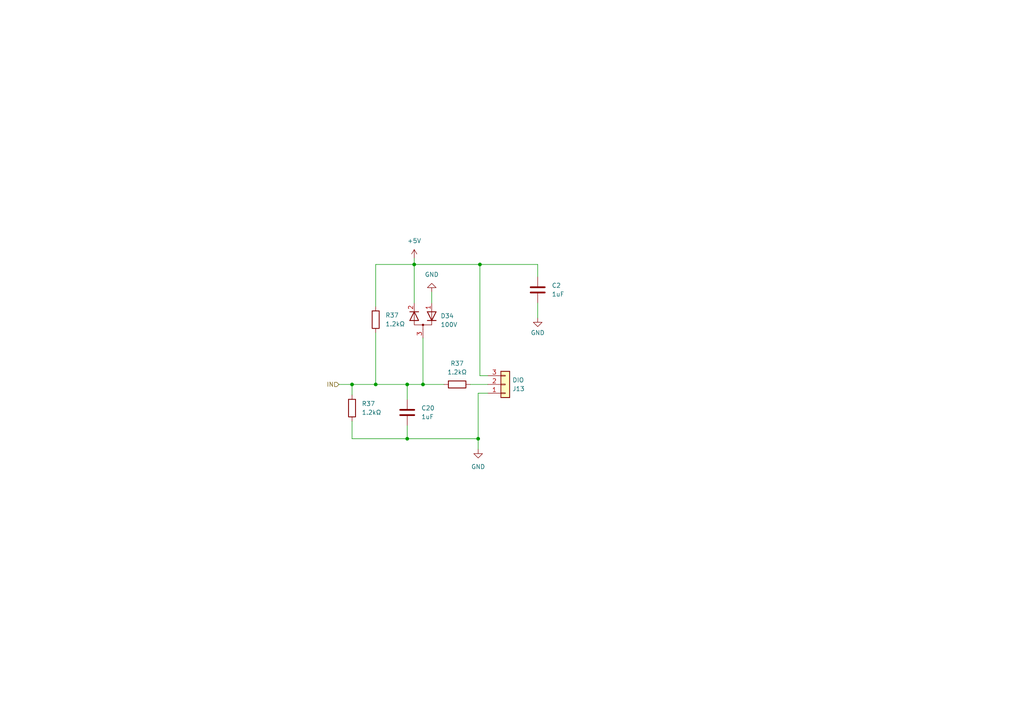
<source format=kicad_sch>
(kicad_sch (version 20230121) (generator eeschema)
  (paper "A4")
  (lib_symbols
    (symbol "Connector_Generic:Conn_01x03" (pin_names (offset 1.016) hide)
      (property "Reference" "J" (at 0 5.08 0))
      (property "Value" "Conn_01x03" (at 0 -5.08 0))
      (symbol "Conn_01x03_1_1"
        (rectangle (start -1.27 -2.413) (end 0 -2.667) (stroke (width 0.1524)))
        (rectangle (start -1.27 0.127) (end 0 -0.127) (stroke (width 0.1524)))
        (rectangle (start -1.27 2.667) (end 0 2.413) (stroke (width 0.1524)))
        (rectangle (start -1.27 3.81) (end 1.27 -3.81) (stroke (width 0.254)) (fill (type background)))
        (pin passive line (at -5.08 2.54 0) (length 3.81) (name "Pin_1") (number "1"))
        (pin passive line (at -5.08 0 0) (length 3.81) (name "Pin_2") (number "2"))
        (pin passive line (at -5.08 -2.54 0) (length 3.81) (name "Pin_3") (number "3"))
      )
    )
    (symbol "Device:C" (pin_numbers hide) (pin_names (offset 0.254))
      (property "Reference" "C" (at 0.635 2.54 0))
      (property "Value" "C" (at 0.635 -2.54 0))
      (symbol "C_0_1"
        (polyline (pts (xy -2.032 -0.762) (xy 2.032 -0.762)) (stroke (width 0.508)))
        (polyline (pts (xy -2.032 0.762) (xy 2.032 0.762)) (stroke (width 0.508)))
      )
      (symbol "C_1_1"
        (pin passive line (at 0 3.81 270) (length 2.794) (name "~") (number "1"))
        (pin passive line (at 0 -3.81 90) (length 2.794) (name "~") (number "2"))
      )
    )
    (symbol "Device:D_Dual_Series_AKC_Parallel" (pin_names (offset 0.762) hide)
      (property "Reference" "D" (at 0 5.08 0))
      (property "Value" "D_Dual_Series_AKC_Parallel" (at 0 -5.08 0))
      (symbol "D_Dual_Series_AKC_Parallel_0_0"
        (polyline (pts (xy 0 -1.27) (xy 0 -3.81)) (stroke (width 0.254)))
        (polyline (pts (xy 2.54 3.81) (xy 2.54 1.27)) (stroke (width 0.254)))
      )
      (symbol "D_Dual_Series_AKC_Parallel_0_1"
        (circle (center -1.27 0) (radius 0.254) (fill (type outline)))
        (polyline (pts (xy -1.27 0) (xy -2.54 0)))
        (polyline (pts (xy 2.54 2.54) (xy -1.27 2.54) (xy -1.27 -2.54) (xy 2.54 -2.54)))
        (polyline (pts (xy 0 3.81) (xy 2.54 2.54) (xy 0 1.27) (xy 0 3.81) (xy 0 3.81) (xy 0 3.81)) (stroke (width 0.254)))
        (polyline (pts (xy 2.54 -1.27) (xy 0 -2.54) (xy 2.54 -3.81) (xy 2.54 -1.27) (xy 2.54 -1.27) (xy 2.54 -1.27)) (stroke (width 0.254)))
        (pin passive line (at 5.08 -2.54 180) (length 2.54) (name "K") (number "1"))
        (pin passive line (at 5.08 2.54 180) (length 2.54) (name "K") (number "2"))
        (pin passive line (at -5.08 0 0) (length 2.54) (name "A") (number "3"))
      )
    )
    (symbol "Device:R" (pin_numbers hide) (pin_names (offset 0))
      (property "Reference" "R" (at 2.032 0 90))
      (property "Value" "R" (at 0 0 90))
      (symbol "R_0_1"
        (rectangle (start -1.016 -2.54) (end 1.016 2.54) (stroke (width 0.254)))
      )
      (symbol "R_1_1"
        (pin passive line (at 0 3.81 270) (length 1.27) (name "~") (number "1"))
        (pin passive line (at 0 -3.81 90) (length 1.27) (name "~") (number "2"))
      )
    )
    (symbol "power:+5V" (power) (pin_names (offset 0))
      (property "Value" "+5V" (at 0 3.556 0))
      (symbol "+5V_0_1"
        (polyline (pts (xy -0.762 1.27) (xy 0 2.54)))
        (polyline (pts (xy 0 0) (xy 0 2.54)))
        (polyline (pts (xy 0 2.54) (xy 0.762 1.27)))
      )
      (symbol "+5V_1_1"
        (pin power_in line (at 0 0 90) (length 0) hide (name "+5V") (number "1"))
      )
    )
    (symbol "power:GND" (power) (pin_names (offset 0))
      (property "Value" "GND" (at 0 -3.81 0))
      (symbol "GND_0_1"
        (polyline (pts (xy 0 0) (xy 0 -1.27) (xy 1.27 -1.27) (xy 0 -2.54) (xy -1.27 -1.27) (xy 0 -1.27)))
      )
      (symbol "GND_1_1"
        (pin power_in line (at 0 0 270) (length 0) hide (name "GND") (number "1"))
      )
    )
  )
  (junction (at 139.192 76.708))
  (junction (at 118.11 127.254))
  (junction (at 102.108 111.506))
  (junction (at 120.142 76.708))
  (junction (at 122.682 111.506))
  (junction (at 108.966 111.506))
  (junction (at 118.11 111.506))
  (junction (at 138.684 127.254))
  (wire (pts (xy 155.956 76.708) (xy 155.956 80.264)))
  (wire (pts (xy 141.478 114.046) (xy 138.684 114.046)))
  (wire (pts (xy 125.222 84.709) (xy 125.222 87.884)))
  (wire (pts (xy 136.398 111.506) (xy 141.478 111.506)))
  (wire (pts (xy 120.142 76.708) (xy 139.192 76.708)))
  (wire (pts (xy 118.11 111.506) (xy 118.11 115.824)))
  (wire (pts (xy 118.11 111.506) (xy 122.682 111.506)))
  (wire (pts (xy 120.142 76.708) (xy 120.142 87.884)))
  (wire (pts (xy 122.682 111.506) (xy 128.778 111.506)))
  (wire (pts (xy 98.298 111.506) (xy 102.108 111.506)))
  (wire (pts (xy 102.108 122.174) (xy 102.108 127.254)))
  (wire (pts (xy 138.684 114.046) (xy 138.684 127.254)))
  (wire (pts (xy 139.192 76.708) (xy 139.192 108.966)))
  (wire (pts (xy 118.11 127.254) (xy 138.684 127.254)))
  (wire (pts (xy 108.966 76.708) (xy 108.966 88.9)))
  (wire (pts (xy 120.142 76.708) (xy 108.966 76.708)))
  (wire (pts (xy 102.108 111.506) (xy 102.108 114.554)))
  (wire (pts (xy 138.684 127.254) (xy 138.684 130.302)))
  (wire (pts (xy 122.682 98.044) (xy 122.682 111.506)))
  (wire (pts (xy 139.192 76.708) (xy 155.956 76.708)))
  (wire (pts (xy 155.956 87.884) (xy 155.956 92.202)))
  (wire (pts (xy 102.108 127.254) (xy 118.11 127.254)))
  (wire (pts (xy 108.966 111.506) (xy 118.11 111.506)))
  (wire (pts (xy 120.142 74.93) (xy 120.142 76.708)))
  (wire (pts (xy 102.108 111.506) (xy 108.966 111.506)))
  (wire (pts (xy 108.966 96.52) (xy 108.966 111.506)))
  (wire (pts (xy 118.11 123.444) (xy 118.11 127.254)))
  (wire (pts (xy 139.192 108.966) (xy 141.478 108.966)))
  (hierarchical_label "IN" (shape input) (at 98.298 111.506 180))
  (symbol (lib_id "Device:C") (at 155.956 84.074 0) (unit 1)
    (property "Reference" "C2" (at 160.02 82.804 0) (effects (justify left)))
    (property "Value" "1uF" (at 160.02 85.344 0) (effects (justify left)))
    (property "Footprint" "Capacitor_SMD:C_0805_2012Metric" (effects hide))
    (instances (project "PCF8574DIOI2C" (path "" (reference "C2") (unit 1)) (path "" (reference "C9") (unit 1)) (path "" (reference "C13") (unit 1)) (path "" (reference "C23") (unit 1)) (path "" (reference "C39") (unit 1)) (path "" (reference "C27") (unit 1)) (path "" (reference "C31") (unit 1)) (path "" (reference "C35") (unit 1))))
  )
  (symbol (lib_id "Device:R") (at 132.588 111.506 270) (unit 1)
    (property "Reference" "R37" (at 132.588 105.41 90))
    (property "Value" "1.2kΩ" (at 132.588 107.95 90))
    (property "Footprint" "Resistor_SMD:R_0805_2012Metric" (effects hide))
    (instances (project "PCF8574DIOI2C" (path "" (reference "R37") (unit 1)) (path "" (reference "R19") (unit 1)) (path "" (reference "R27") (unit 1)) (path "" (reference "R20") (unit 1)) (path "" (reference "R21") (unit 1)) (path "" (reference "R22") (unit 1)) (path "" (reference "R29") (unit 1)) (path "" (reference "R23") (unit 1)) (path "" (reference "R25") (unit 1)) (path "" (reference "R26") (unit 1))))
  )
  (symbol (lib_id "Device:R") (at 108.966 92.71 180) (unit 1)
    (property "Reference" "R37" (at 111.76 91.44 0) (effects (justify right)))
    (property "Value" "1.2kΩ" (at 111.76 93.98 0) (effects (justify right)))
    (property "Footprint" "Resistor_SMD:R_0805_2012Metric" (effects hide))
    (instances (project "PCF8574DIOI2C" (path "" (reference "R37") (unit 1)) (path "" (reference "R19") (unit 1)) (path "" (reference "R19") (unit 1)) (path "" (reference "R10") (unit 1)) (path "" (reference "R14") (unit 1)) (path "" (reference "R24") (unit 1)) (path "" (reference "R50") (unit 1)) (path "" (reference "R28") (unit 1)) (path "" (reference "R32") (unit 1)) (path "" (reference "R36") (unit 1))))
  )
  (symbol (lib_id "Device:C") (at 118.11 119.634 0) (unit 1)
    (property "Reference" "C20" (at 122.174 118.364 0) (effects (justify left)))
    (property "Value" "1uF" (at 122.174 120.904 0) (effects (justify left)))
    (property "Footprint" "Capacitor_SMD:C_0805_2012Metric" (effects hide))
    (instances (project "PCF8574DIOI2C" (path "" (reference "C20") (unit 1)) (path "" (reference "C4") (unit 1)) (path "" (reference "C5") (unit 1)) (path "" (reference "C6") (unit 1)) (path "" (reference "C21") (unit 1)) (path "" (reference "C7") (unit 1)) (path "" (reference "C10") (unit 1)) (path "" (reference "C11") (unit 1))))
  )
  (symbol (lib_id "power:GND") (at 125.222 84.709 180) (unit 1)
    (property "Reference" "#PWR012" (effects hide))
    (property "Value" "GND" (at 125.222 79.629 0))
    (instances (project "PCF8574DIOI2C" (path "" (reference "#PWR012") (unit 1)) (path "" (reference "#PWR057") (unit 1)) (path "" (reference "#PWR07") (unit 1)) (path "" (reference "#PWR010") (unit 1)) (path "" (reference "#PWR015") (unit 1)) (path "" (reference "#PWR026") (unit 1)) (path "" (reference "#PWR046") (unit 1)) (path "" (reference "#PWR031") (unit 1)) (path "" (reference "#PWR036") (unit 1)) (path "" (reference "#PWR041") (unit 1))))
  )
  (symbol (lib_id "power:GND") (at 155.956 92.202 0) (unit 1)
    (property "Reference" "#PWR012" (effects hide))
    (property "Value" "GND" (at 155.956 96.52 0))
    (instances (project "PCF8574DIOI2C" (path "" (reference "#PWR012") (unit 1)) (path "" (reference "#PWR057") (unit 1)) (path "" (reference "#PWR030") (unit 1)) (path "" (reference "#PWR022") (unit 1)) (path "" (reference "#PWR023") (unit 1)) (path "" (reference "#PWR024") (unit 1)) (path "" (reference "#PWR033") (unit 1)) (path "" (reference "#PWR025") (unit 1)) (path "" (reference "#PWR028") (unit 1)) (path "" (reference "#PWR029") (unit 1))))
  )
  (symbol (lib_id "Connector_Generic:Conn_01x03") (at 146.558 111.506 0) (mirror x) (unit 1)
    (property "Reference" "J13" (at 148.59 112.776 0) (effects (justify left)))
    (property "Value" "DIO" (at 148.59 110.236 0) (effects (justify left)))
    (property "Footprint" "Connector_PinHeader_2.54mm:PinHeader_1x03_P2.54mm_Vertical" (effects hide))
    (instances (project "PCF8574DIOI2C" (path "" (reference "J13") (unit 1)) (path "" (reference "J5") (unit 1)) (path "" (reference "J6") (unit 1)) (path "" (reference "J7") (unit 1)) (path "" (reference "J8") (unit 1)) (path "" (reference "J11") (unit 1)) (path "" (reference "J12") (unit 1)) (path "" (reference "J14") (unit 1))))
  )
  (symbol (lib_id "Device:R") (at 102.108 118.364 180) (unit 1)
    (property "Reference" "R37" (at 104.902 117.094 0) (effects (justify right)))
    (property "Value" "1.2kΩ" (at 104.902 119.634 0) (effects (justify right)))
    (property "Footprint" "Resistor_SMD:R_0805_2012Metric" (effects hide))
    (instances (project "PCF8574DIOI2C" (path "" (reference "R37") (unit 1)) (path "" (reference "R19") (unit 1)) (path "" (reference "R16") (unit 1)) (path "" (reference "R7") (unit 1)) (path "" (reference "R8") (unit 1)) (path "" (reference "R9") (unit 1)) (path "" (reference "R18") (unit 1)) (path "" (reference "R11") (unit 1)) (path "" (reference "R12") (unit 1)) (path "" (reference "R13") (unit 1))))
  )
  (symbol (lib_id "Device:D_Dual_Series_AKC_Parallel") (at 122.682 92.964 90) (unit 1)
    (property "Reference" "D34" (at 127.762 91.6305 90) (effects (justify right)))
    (property "Value" "100V" (at 127.762 94.1705 90) (effects (justify right)))
    (property "Footprint" "Package_TO_SOT_SMD:SOT-23-3" (effects hide))
    (instances (project "PCF8574DIOI2C" (path "" (reference "D34") (unit 1)) (path "" (reference "D18") (unit 1)) (path "" (reference "D1") (unit 1)) (path "" (reference "D4") (unit 1)) (path "" (reference "D11") (unit 1)) (path "" (reference "D15") (unit 1)) (path "" (reference "D37") (unit 1)) (path "" (reference "D25") (unit 1)) (path "" (reference "D29") (unit 1)) (path "" (reference "D33") (unit 1))))
  )
  (symbol (lib_id "power:GND") (at 138.684 130.302 0) (unit 1)
    (property "Reference" "#PWR021" (effects hide))
    (property "Value" "GND" (at 138.684 135.382 0))
    (instances (project "PCF8574DIOI2C" (path "" (reference "#PWR021") (unit 1)) (path "" (reference "#PWR011") (unit 1)) (path "" (reference "#PWR016") (unit 1)) (path "" (reference "#PWR027") (unit 1)) (path "" (reference "#PWR047") (unit 1)) (path "" (reference "#PWR032") (unit 1)) (path "" (reference "#PWR037") (unit 1)) (path "" (reference "#PWR042") (unit 1))))
  )
  (symbol (lib_id "power:+5V") (at 120.142 74.93 0) (unit 1)
    (property "Reference" "#PWR017" (effects hide))
    (property "Value" "+5V" (at 120.142 69.85 0))
    (instances (project "PCF8574DIOI2C" (path "" (reference "#PWR017") (unit 1)) (path "" (reference "#PWR05") (unit 1)) (path "" (reference "#PWR08") (unit 1)) (path "" (reference "#PWR09") (unit 1)) (path "" (reference "#PWR012") (unit 1)) (path "" (reference "#PWR013") (unit 1)) (path "" (reference "#PWR014") (unit 1)) (path "" (reference "#PWR020") (unit 1))))
  )
)
</source>
